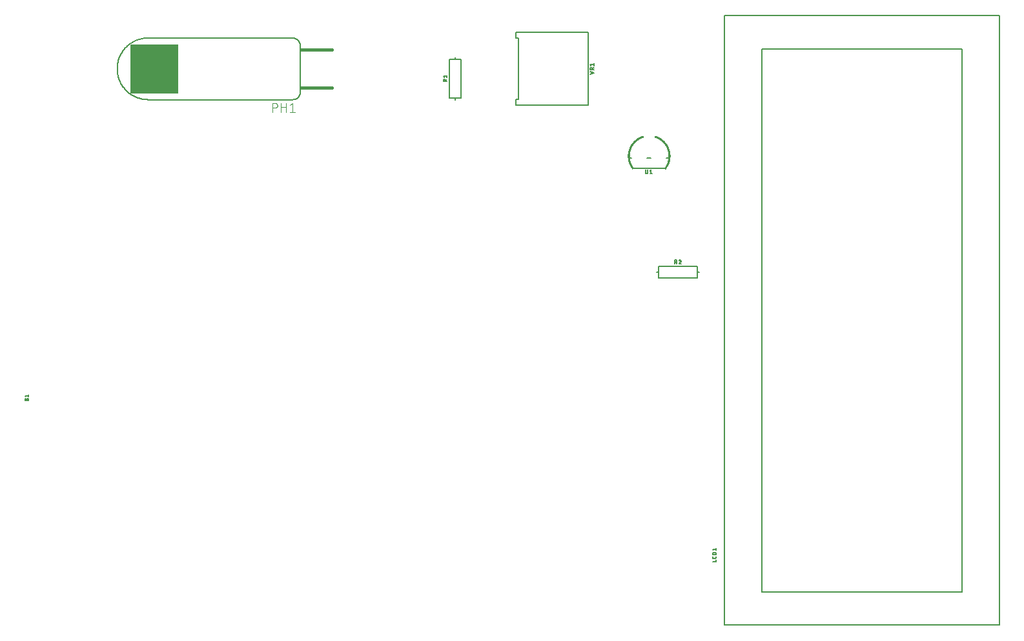
<source format=gbr>
G04 EAGLE Gerber RS-274X export*
G75*
%MOMM*%
%FSLAX34Y34*%
%LPD*%
%INSilkscreen Top*%
%IPPOS*%
%AMOC8*
5,1,8,0,0,1.08239X$1,22.5*%
G01*
%ADD10C,0.127000*%
%ADD11C,0.203200*%
%ADD12C,0.400000*%
%ADD13R,6.250000X6.500000*%
%ADD14C,0.101600*%
%ADD15C,0.020319*%


D10*
X-16016Y402481D02*
X-16016Y403822D01*
X-16017Y403822D02*
X-16015Y403893D01*
X-16009Y403965D01*
X-16000Y404035D01*
X-15987Y404105D01*
X-15970Y404175D01*
X-15949Y404243D01*
X-15925Y404310D01*
X-15897Y404376D01*
X-15866Y404440D01*
X-15831Y404503D01*
X-15793Y404563D01*
X-15752Y404622D01*
X-15708Y404678D01*
X-15661Y404732D01*
X-15612Y404783D01*
X-15559Y404831D01*
X-15504Y404877D01*
X-15447Y404919D01*
X-15387Y404959D01*
X-15326Y404995D01*
X-15262Y405028D01*
X-15197Y405057D01*
X-15131Y405083D01*
X-15063Y405106D01*
X-14994Y405125D01*
X-14924Y405140D01*
X-14854Y405151D01*
X-14783Y405159D01*
X-14712Y405163D01*
X-14640Y405163D01*
X-14569Y405159D01*
X-14498Y405151D01*
X-14428Y405140D01*
X-14358Y405125D01*
X-14289Y405106D01*
X-14221Y405083D01*
X-14155Y405057D01*
X-14090Y405028D01*
X-14026Y404995D01*
X-13965Y404959D01*
X-13905Y404919D01*
X-13848Y404877D01*
X-13793Y404831D01*
X-13740Y404783D01*
X-13691Y404732D01*
X-13644Y404678D01*
X-13600Y404622D01*
X-13559Y404563D01*
X-13521Y404503D01*
X-13486Y404440D01*
X-13455Y404376D01*
X-13427Y404310D01*
X-13403Y404243D01*
X-13382Y404175D01*
X-13365Y404105D01*
X-13352Y404035D01*
X-13343Y403965D01*
X-13337Y403893D01*
X-13335Y403822D01*
X-13335Y402481D01*
X-18161Y402481D01*
X-18161Y403822D01*
X-18159Y403887D01*
X-18153Y403951D01*
X-18143Y404015D01*
X-18130Y404079D01*
X-18112Y404141D01*
X-18091Y404202D01*
X-18067Y404262D01*
X-18038Y404320D01*
X-18006Y404377D01*
X-17971Y404431D01*
X-17933Y404483D01*
X-17891Y404533D01*
X-17847Y404580D01*
X-17800Y404624D01*
X-17750Y404666D01*
X-17698Y404704D01*
X-17644Y404739D01*
X-17587Y404771D01*
X-17529Y404800D01*
X-17469Y404824D01*
X-17408Y404845D01*
X-17346Y404863D01*
X-17282Y404876D01*
X-17218Y404886D01*
X-17154Y404892D01*
X-17089Y404894D01*
X-17024Y404892D01*
X-16960Y404886D01*
X-16896Y404876D01*
X-16832Y404863D01*
X-16770Y404845D01*
X-16709Y404824D01*
X-16649Y404800D01*
X-16591Y404771D01*
X-16534Y404739D01*
X-16480Y404704D01*
X-16428Y404666D01*
X-16378Y404624D01*
X-16331Y404580D01*
X-16287Y404533D01*
X-16245Y404483D01*
X-16207Y404431D01*
X-16172Y404377D01*
X-16140Y404320D01*
X-16111Y404262D01*
X-16087Y404202D01*
X-16066Y404141D01*
X-16048Y404079D01*
X-16035Y404015D01*
X-16025Y403951D01*
X-16019Y403887D01*
X-16017Y403822D01*
X-17089Y407638D02*
X-18161Y408979D01*
X-13335Y408979D01*
X-13335Y410319D02*
X-13335Y407638D01*
D11*
X899500Y108000D02*
X899500Y908000D01*
X1259500Y908000D01*
X1259500Y108000D01*
X899500Y108000D01*
X948000Y151500D02*
X948000Y864500D01*
X1211000Y864500D01*
X1211000Y151500D01*
X948000Y151500D01*
D10*
X888365Y191135D02*
X883539Y191135D01*
X888365Y191135D02*
X888365Y193280D01*
X888365Y196731D02*
X888365Y197804D01*
X888365Y196731D02*
X888363Y196666D01*
X888357Y196602D01*
X888347Y196538D01*
X888334Y196474D01*
X888316Y196412D01*
X888295Y196351D01*
X888271Y196291D01*
X888242Y196233D01*
X888210Y196176D01*
X888175Y196122D01*
X888137Y196070D01*
X888095Y196020D01*
X888051Y195973D01*
X888004Y195929D01*
X887954Y195887D01*
X887902Y195849D01*
X887848Y195814D01*
X887791Y195782D01*
X887733Y195753D01*
X887673Y195729D01*
X887612Y195708D01*
X887550Y195690D01*
X887486Y195677D01*
X887422Y195667D01*
X887358Y195661D01*
X887293Y195659D01*
X884611Y195659D01*
X884611Y195658D02*
X884546Y195660D01*
X884482Y195666D01*
X884418Y195676D01*
X884354Y195689D01*
X884292Y195707D01*
X884231Y195728D01*
X884171Y195753D01*
X884112Y195781D01*
X884056Y195813D01*
X884001Y195848D01*
X883949Y195886D01*
X883899Y195928D01*
X883852Y195972D01*
X883808Y196019D01*
X883766Y196069D01*
X883728Y196121D01*
X883693Y196176D01*
X883661Y196232D01*
X883633Y196291D01*
X883608Y196350D01*
X883587Y196412D01*
X883569Y196474D01*
X883556Y196538D01*
X883546Y196602D01*
X883540Y196666D01*
X883538Y196731D01*
X883539Y196731D02*
X883539Y197804D01*
X883539Y200442D02*
X888365Y200442D01*
X883539Y200442D02*
X883539Y201783D01*
X883541Y201853D01*
X883546Y201923D01*
X883556Y201993D01*
X883568Y202062D01*
X883585Y202130D01*
X883605Y202197D01*
X883628Y202264D01*
X883655Y202328D01*
X883685Y202392D01*
X883719Y202454D01*
X883755Y202513D01*
X883795Y202571D01*
X883838Y202627D01*
X883883Y202680D01*
X883932Y202731D01*
X883983Y202780D01*
X884036Y202825D01*
X884092Y202868D01*
X884150Y202908D01*
X884210Y202944D01*
X884271Y202978D01*
X884335Y203008D01*
X884399Y203035D01*
X884466Y203058D01*
X884533Y203078D01*
X884601Y203095D01*
X884670Y203107D01*
X884740Y203117D01*
X884810Y203122D01*
X884880Y203124D01*
X884880Y203123D02*
X887024Y203123D01*
X887024Y203124D02*
X887094Y203122D01*
X887164Y203117D01*
X887234Y203107D01*
X887303Y203095D01*
X887371Y203078D01*
X887438Y203058D01*
X887505Y203035D01*
X887569Y203008D01*
X887633Y202978D01*
X887695Y202944D01*
X887754Y202908D01*
X887812Y202868D01*
X887868Y202825D01*
X887921Y202780D01*
X887972Y202731D01*
X888021Y202680D01*
X888066Y202627D01*
X888109Y202571D01*
X888149Y202513D01*
X888185Y202453D01*
X888219Y202392D01*
X888249Y202328D01*
X888276Y202264D01*
X888299Y202197D01*
X888319Y202130D01*
X888336Y202062D01*
X888348Y201993D01*
X888358Y201923D01*
X888363Y201853D01*
X888365Y201783D01*
X888365Y200442D01*
X884611Y206112D02*
X883539Y207452D01*
X888365Y207452D01*
X888365Y206112D02*
X888365Y208793D01*
D11*
X332900Y797700D02*
X333142Y797703D01*
X333383Y797712D01*
X333624Y797726D01*
X333865Y797747D01*
X334105Y797773D01*
X334345Y797805D01*
X334584Y797843D01*
X334821Y797886D01*
X335058Y797936D01*
X335293Y797991D01*
X335527Y798051D01*
X335759Y798118D01*
X335990Y798189D01*
X336219Y798267D01*
X336446Y798350D01*
X336671Y798438D01*
X336894Y798532D01*
X337114Y798631D01*
X337332Y798736D01*
X337547Y798845D01*
X337760Y798960D01*
X337970Y799080D01*
X338176Y799205D01*
X338380Y799335D01*
X338581Y799470D01*
X338778Y799610D01*
X338972Y799754D01*
X339162Y799903D01*
X339348Y800057D01*
X339531Y800215D01*
X339710Y800377D01*
X339885Y800544D01*
X340056Y800715D01*
X340223Y800890D01*
X340385Y801069D01*
X340543Y801252D01*
X340697Y801438D01*
X340846Y801628D01*
X340990Y801822D01*
X341130Y802019D01*
X341265Y802220D01*
X341395Y802424D01*
X341520Y802630D01*
X341640Y802840D01*
X341755Y803053D01*
X341864Y803268D01*
X341969Y803486D01*
X342068Y803706D01*
X342162Y803929D01*
X342250Y804154D01*
X342333Y804381D01*
X342411Y804610D01*
X342482Y804841D01*
X342549Y805073D01*
X342609Y805307D01*
X342664Y805542D01*
X342714Y805779D01*
X342757Y806016D01*
X342795Y806255D01*
X342827Y806495D01*
X342853Y806735D01*
X342874Y806976D01*
X342888Y807217D01*
X342897Y807458D01*
X342900Y807700D01*
X332900Y797700D02*
X143400Y797700D01*
X142414Y797712D01*
X141428Y797748D01*
X140444Y797808D01*
X139461Y797892D01*
X138481Y798000D01*
X137503Y798132D01*
X136529Y798287D01*
X135559Y798466D01*
X134594Y798669D01*
X133634Y798895D01*
X132680Y799145D01*
X131732Y799417D01*
X130791Y799713D01*
X129858Y800031D01*
X128932Y800372D01*
X128015Y800736D01*
X127108Y801122D01*
X126210Y801529D01*
X125322Y801959D01*
X124444Y802410D01*
X123579Y802882D01*
X122724Y803375D01*
X121883Y803889D01*
X121053Y804423D01*
X120238Y804977D01*
X119435Y805551D01*
X118647Y806144D01*
X117874Y806757D01*
X117116Y807388D01*
X116374Y808037D01*
X115647Y808704D01*
X114937Y809388D01*
X114244Y810090D01*
X113568Y810808D01*
X112910Y811543D01*
X112270Y812293D01*
X111648Y813059D01*
X111045Y813840D01*
X110462Y814635D01*
X109898Y815444D01*
X109353Y816266D01*
X108829Y817102D01*
X108326Y817950D01*
X107843Y818810D01*
X107382Y819682D01*
X106941Y820564D01*
X106523Y821457D01*
X106126Y822360D01*
X105751Y823273D01*
X105399Y824194D01*
X105069Y825123D01*
X104762Y826061D01*
X104478Y827005D01*
X104217Y827956D01*
X103979Y828913D01*
X103765Y829876D01*
X103574Y830844D01*
X103406Y831816D01*
X103263Y832791D01*
X103143Y833770D01*
X103047Y834752D01*
X102975Y835736D01*
X102927Y836721D01*
X102903Y837707D01*
X102903Y838693D01*
X102927Y839679D01*
X102975Y840664D01*
X103047Y841648D01*
X103143Y842630D01*
X103263Y843609D01*
X103406Y844584D01*
X103574Y845556D01*
X103765Y846524D01*
X103979Y847487D01*
X104217Y848444D01*
X104478Y849395D01*
X104762Y850339D01*
X105069Y851277D01*
X105399Y852206D01*
X105751Y853127D01*
X106126Y854040D01*
X106523Y854943D01*
X106941Y855836D01*
X107382Y856718D01*
X107843Y857590D01*
X108326Y858450D01*
X108829Y859298D01*
X109353Y860134D01*
X109898Y860956D01*
X110462Y861765D01*
X111045Y862560D01*
X111648Y863341D01*
X112270Y864107D01*
X112910Y864857D01*
X113568Y865592D01*
X114244Y866310D01*
X114937Y867012D01*
X115647Y867696D01*
X116374Y868363D01*
X117116Y869012D01*
X117874Y869643D01*
X118647Y870256D01*
X119435Y870849D01*
X120238Y871423D01*
X121053Y871977D01*
X121883Y872511D01*
X122724Y873025D01*
X123579Y873518D01*
X124444Y873990D01*
X125322Y874441D01*
X126210Y874871D01*
X127108Y875278D01*
X128015Y875664D01*
X128932Y876028D01*
X129858Y876369D01*
X130791Y876687D01*
X131732Y876983D01*
X132680Y877255D01*
X133634Y877505D01*
X134594Y877731D01*
X135559Y877934D01*
X136529Y878113D01*
X137503Y878268D01*
X138481Y878400D01*
X139461Y878508D01*
X140444Y878592D01*
X141428Y878652D01*
X142414Y878688D01*
X143400Y878700D01*
X332900Y878700D01*
X333142Y878697D01*
X333383Y878688D01*
X333624Y878674D01*
X333865Y878653D01*
X334105Y878627D01*
X334345Y878595D01*
X334584Y878557D01*
X334821Y878514D01*
X335058Y878464D01*
X335293Y878409D01*
X335527Y878349D01*
X335759Y878282D01*
X335990Y878211D01*
X336219Y878133D01*
X336446Y878050D01*
X336671Y877962D01*
X336894Y877868D01*
X337114Y877769D01*
X337332Y877664D01*
X337547Y877555D01*
X337760Y877440D01*
X337970Y877320D01*
X338176Y877195D01*
X338380Y877065D01*
X338581Y876930D01*
X338778Y876790D01*
X338972Y876646D01*
X339162Y876497D01*
X339348Y876343D01*
X339531Y876185D01*
X339710Y876023D01*
X339885Y875856D01*
X340056Y875685D01*
X340223Y875510D01*
X340385Y875331D01*
X340543Y875148D01*
X340697Y874962D01*
X340846Y874772D01*
X340990Y874578D01*
X341130Y874381D01*
X341265Y874180D01*
X341395Y873976D01*
X341520Y873770D01*
X341640Y873560D01*
X341755Y873347D01*
X341864Y873132D01*
X341969Y872914D01*
X342068Y872694D01*
X342162Y872471D01*
X342250Y872246D01*
X342333Y872019D01*
X342411Y871790D01*
X342482Y871559D01*
X342549Y871327D01*
X342609Y871093D01*
X342664Y870858D01*
X342714Y870621D01*
X342757Y870384D01*
X342795Y870145D01*
X342827Y869905D01*
X342853Y869665D01*
X342874Y869424D01*
X342888Y869183D01*
X342897Y868942D01*
X342900Y868700D01*
X342900Y807700D01*
D12*
X344400Y813200D02*
X384150Y813200D01*
X384150Y863200D02*
X344400Y863200D01*
D13*
X151650Y838200D03*
D14*
X306479Y793242D02*
X306479Y781558D01*
X306479Y793242D02*
X309725Y793242D01*
X309838Y793240D01*
X309951Y793234D01*
X310064Y793224D01*
X310177Y793210D01*
X310289Y793193D01*
X310400Y793171D01*
X310510Y793146D01*
X310620Y793116D01*
X310728Y793083D01*
X310835Y793046D01*
X310941Y793006D01*
X311045Y792961D01*
X311148Y792913D01*
X311249Y792862D01*
X311348Y792807D01*
X311445Y792749D01*
X311540Y792687D01*
X311633Y792622D01*
X311723Y792554D01*
X311811Y792483D01*
X311897Y792408D01*
X311980Y792331D01*
X312060Y792251D01*
X312137Y792168D01*
X312212Y792082D01*
X312283Y791994D01*
X312351Y791904D01*
X312416Y791811D01*
X312478Y791716D01*
X312536Y791619D01*
X312591Y791520D01*
X312642Y791419D01*
X312690Y791316D01*
X312735Y791212D01*
X312775Y791106D01*
X312812Y790999D01*
X312845Y790891D01*
X312875Y790781D01*
X312900Y790671D01*
X312922Y790560D01*
X312939Y790448D01*
X312953Y790335D01*
X312963Y790222D01*
X312969Y790109D01*
X312971Y789996D01*
X312969Y789883D01*
X312963Y789770D01*
X312953Y789657D01*
X312939Y789544D01*
X312922Y789432D01*
X312900Y789321D01*
X312875Y789211D01*
X312845Y789101D01*
X312812Y788993D01*
X312775Y788886D01*
X312735Y788780D01*
X312690Y788676D01*
X312642Y788573D01*
X312591Y788472D01*
X312536Y788373D01*
X312478Y788276D01*
X312416Y788181D01*
X312351Y788088D01*
X312283Y787998D01*
X312212Y787910D01*
X312137Y787824D01*
X312060Y787741D01*
X311980Y787661D01*
X311897Y787584D01*
X311811Y787509D01*
X311723Y787438D01*
X311633Y787370D01*
X311540Y787305D01*
X311445Y787243D01*
X311348Y787185D01*
X311249Y787130D01*
X311148Y787079D01*
X311045Y787031D01*
X310941Y786986D01*
X310835Y786946D01*
X310728Y786909D01*
X310620Y786876D01*
X310510Y786846D01*
X310400Y786821D01*
X310289Y786799D01*
X310177Y786782D01*
X310064Y786768D01*
X309951Y786758D01*
X309838Y786752D01*
X309725Y786750D01*
X309725Y786751D02*
X306479Y786751D01*
X317740Y781558D02*
X317740Y793242D01*
X317740Y788049D02*
X324231Y788049D01*
X324231Y793242D02*
X324231Y781558D01*
X329551Y790646D02*
X332796Y793242D01*
X332796Y781558D01*
X329551Y781558D02*
X336042Y781558D01*
D11*
X538480Y800100D02*
X538480Y850900D01*
X546100Y850900D01*
X553720Y850900D01*
X553720Y800100D01*
X546100Y800100D01*
X538480Y800100D01*
X546100Y850900D02*
X546100Y853440D01*
X546100Y800100D02*
X546100Y797560D01*
D10*
X535305Y821448D02*
X530479Y821448D01*
X530479Y822789D01*
X530481Y822860D01*
X530487Y822932D01*
X530496Y823002D01*
X530509Y823072D01*
X530526Y823142D01*
X530547Y823210D01*
X530571Y823277D01*
X530599Y823343D01*
X530630Y823407D01*
X530665Y823470D01*
X530703Y823530D01*
X530744Y823589D01*
X530788Y823645D01*
X530835Y823699D01*
X530884Y823750D01*
X530937Y823798D01*
X530992Y823844D01*
X531049Y823886D01*
X531109Y823926D01*
X531170Y823962D01*
X531234Y823995D01*
X531299Y824024D01*
X531365Y824050D01*
X531433Y824073D01*
X531502Y824092D01*
X531572Y824107D01*
X531642Y824118D01*
X531713Y824126D01*
X531784Y824130D01*
X531856Y824130D01*
X531927Y824126D01*
X531998Y824118D01*
X532068Y824107D01*
X532138Y824092D01*
X532207Y824073D01*
X532275Y824050D01*
X532341Y824024D01*
X532406Y823995D01*
X532470Y823962D01*
X532531Y823926D01*
X532591Y823886D01*
X532648Y823844D01*
X532703Y823798D01*
X532756Y823750D01*
X532805Y823699D01*
X532852Y823645D01*
X532896Y823589D01*
X532937Y823530D01*
X532975Y823470D01*
X533010Y823407D01*
X533041Y823343D01*
X533069Y823277D01*
X533093Y823210D01*
X533114Y823142D01*
X533131Y823072D01*
X533144Y823002D01*
X533153Y822932D01*
X533159Y822860D01*
X533161Y822789D01*
X533160Y822789D02*
X533160Y821448D01*
X533160Y823057D02*
X535305Y824129D01*
X531551Y826871D02*
X530479Y828211D01*
X535305Y828211D01*
X535305Y826871D02*
X535305Y829552D01*
D11*
X812800Y579120D02*
X863600Y579120D01*
X863600Y571500D01*
X863600Y563880D01*
X812800Y563880D01*
X812800Y571500D01*
X812800Y579120D01*
X863600Y571500D02*
X866140Y571500D01*
X812800Y571500D02*
X810260Y571500D01*
D10*
X834148Y582295D02*
X834148Y587121D01*
X835489Y587121D01*
X835560Y587119D01*
X835632Y587113D01*
X835702Y587104D01*
X835772Y587091D01*
X835842Y587074D01*
X835910Y587053D01*
X835977Y587029D01*
X836043Y587001D01*
X836107Y586970D01*
X836170Y586935D01*
X836230Y586897D01*
X836289Y586856D01*
X836345Y586812D01*
X836399Y586765D01*
X836450Y586716D01*
X836498Y586663D01*
X836544Y586608D01*
X836586Y586551D01*
X836626Y586491D01*
X836662Y586430D01*
X836695Y586366D01*
X836724Y586301D01*
X836750Y586235D01*
X836773Y586167D01*
X836792Y586098D01*
X836807Y586028D01*
X836818Y585958D01*
X836826Y585887D01*
X836830Y585816D01*
X836830Y585744D01*
X836826Y585673D01*
X836818Y585602D01*
X836807Y585532D01*
X836792Y585462D01*
X836773Y585393D01*
X836750Y585325D01*
X836724Y585259D01*
X836695Y585194D01*
X836662Y585130D01*
X836626Y585069D01*
X836586Y585009D01*
X836544Y584952D01*
X836498Y584897D01*
X836450Y584844D01*
X836399Y584795D01*
X836345Y584748D01*
X836289Y584704D01*
X836230Y584663D01*
X836170Y584625D01*
X836107Y584590D01*
X836043Y584559D01*
X835977Y584531D01*
X835910Y584507D01*
X835842Y584486D01*
X835772Y584469D01*
X835702Y584456D01*
X835632Y584447D01*
X835560Y584441D01*
X835489Y584439D01*
X835489Y584440D02*
X834148Y584440D01*
X835757Y584440D02*
X836829Y582295D01*
X841045Y587121D02*
X841113Y587119D01*
X841180Y587113D01*
X841247Y587104D01*
X841314Y587091D01*
X841379Y587074D01*
X841444Y587053D01*
X841507Y587029D01*
X841569Y587001D01*
X841629Y586970D01*
X841687Y586936D01*
X841743Y586898D01*
X841798Y586858D01*
X841849Y586814D01*
X841898Y586767D01*
X841945Y586718D01*
X841989Y586667D01*
X842029Y586612D01*
X842067Y586556D01*
X842101Y586498D01*
X842132Y586438D01*
X842160Y586376D01*
X842184Y586313D01*
X842205Y586248D01*
X842222Y586183D01*
X842235Y586116D01*
X842244Y586049D01*
X842250Y585982D01*
X842252Y585914D01*
X841045Y587121D02*
X840967Y587119D01*
X840889Y587113D01*
X840812Y587103D01*
X840735Y587090D01*
X840659Y587072D01*
X840584Y587051D01*
X840510Y587026D01*
X840438Y586997D01*
X840367Y586965D01*
X840298Y586929D01*
X840230Y586890D01*
X840165Y586847D01*
X840102Y586801D01*
X840041Y586752D01*
X839983Y586700D01*
X839928Y586645D01*
X839875Y586588D01*
X839826Y586528D01*
X839779Y586465D01*
X839736Y586401D01*
X839696Y586334D01*
X839659Y586265D01*
X839626Y586194D01*
X839596Y586122D01*
X839570Y586049D01*
X841850Y584976D02*
X841899Y585025D01*
X841946Y585077D01*
X841989Y585132D01*
X842030Y585189D01*
X842068Y585248D01*
X842102Y585309D01*
X842133Y585372D01*
X842161Y585436D01*
X842185Y585502D01*
X842205Y585568D01*
X842222Y585636D01*
X842235Y585705D01*
X842244Y585774D01*
X842250Y585844D01*
X842252Y585914D01*
X841850Y584976D02*
X839571Y582295D01*
X842252Y582295D01*
D15*
X791871Y750228D02*
X792410Y748481D01*
X791811Y748286D01*
X791218Y748076D01*
X790629Y747852D01*
X790047Y747613D01*
X789470Y747360D01*
X788900Y747093D01*
X788336Y746813D01*
X787780Y746518D01*
X787231Y746210D01*
X786689Y745889D01*
X786156Y745555D01*
X785631Y745207D01*
X785114Y744847D01*
X784606Y744475D01*
X784108Y744090D01*
X783619Y743693D01*
X783141Y743284D01*
X782672Y742864D01*
X782214Y742432D01*
X781766Y741990D01*
X781329Y741536D01*
X780904Y741072D01*
X780490Y740598D01*
X780088Y740113D01*
X779697Y739619D01*
X779319Y739116D01*
X778953Y738603D01*
X778600Y738082D01*
X778260Y737552D01*
X777933Y737015D01*
X777619Y736469D01*
X777318Y735916D01*
X777032Y735355D01*
X776758Y734788D01*
X776499Y734214D01*
X776254Y733634D01*
X776023Y733048D01*
X775807Y732457D01*
X775605Y731861D01*
X775418Y731260D01*
X775245Y730654D01*
X775088Y730045D01*
X774945Y729431D01*
X774817Y728815D01*
X774705Y728195D01*
X774607Y727573D01*
X774525Y726949D01*
X774458Y726323D01*
X774407Y725696D01*
X774370Y725067D01*
X774350Y724438D01*
X774344Y723808D01*
X774354Y723179D01*
X774379Y722550D01*
X774420Y721922D01*
X774476Y721294D01*
X774547Y720669D01*
X774634Y720045D01*
X774736Y719424D01*
X774853Y718805D01*
X774985Y718190D01*
X775132Y717578D01*
X775294Y716969D01*
X775471Y716365D01*
X775662Y715765D01*
X775869Y715170D01*
X776089Y714581D01*
X776324Y713997D01*
X776573Y713418D01*
X776837Y712846D01*
X777114Y712281D01*
X777404Y711723D01*
X777709Y711172D01*
X778027Y710628D01*
X778358Y710093D01*
X778702Y709565D01*
X779058Y709047D01*
X779428Y708537D01*
X779810Y708036D01*
X778374Y706904D01*
X778373Y706904D01*
X777964Y707440D01*
X777568Y707986D01*
X777186Y708542D01*
X776817Y709107D01*
X776462Y709680D01*
X776122Y710262D01*
X775796Y710853D01*
X775484Y711451D01*
X775187Y712056D01*
X774905Y712669D01*
X774638Y713288D01*
X774386Y713914D01*
X774149Y714546D01*
X773928Y715183D01*
X773723Y715826D01*
X773534Y716473D01*
X773360Y717125D01*
X773202Y717780D01*
X773061Y718440D01*
X772935Y719103D01*
X772826Y719768D01*
X772733Y720436D01*
X772657Y721106D01*
X772597Y721778D01*
X772553Y722451D01*
X772526Y723125D01*
X772515Y723800D01*
X772521Y724474D01*
X772543Y725148D01*
X772582Y725822D01*
X772637Y726494D01*
X772709Y727164D01*
X772797Y727833D01*
X772901Y728500D01*
X773022Y729163D01*
X773159Y729824D01*
X773311Y730481D01*
X773480Y731134D01*
X773665Y731782D01*
X773866Y732426D01*
X774082Y733065D01*
X774314Y733698D01*
X774561Y734326D01*
X774824Y734947D01*
X775101Y735562D01*
X775394Y736170D01*
X775701Y736770D01*
X776023Y737363D01*
X776360Y737947D01*
X776710Y738524D01*
X777075Y739091D01*
X777453Y739649D01*
X777845Y740198D01*
X778250Y740738D01*
X778668Y741267D01*
X779099Y741786D01*
X779543Y742294D01*
X779999Y742791D01*
X780466Y743277D01*
X780946Y743751D01*
X781437Y744213D01*
X781939Y744664D01*
X782452Y745101D01*
X782976Y745526D01*
X783510Y745939D01*
X784054Y746338D01*
X784607Y746723D01*
X785170Y747095D01*
X785741Y747453D01*
X786322Y747797D01*
X786910Y748127D01*
X787506Y748442D01*
X788110Y748743D01*
X788721Y749029D01*
X789339Y749299D01*
X789963Y749555D01*
X790593Y749795D01*
X791229Y750020D01*
X791870Y750229D01*
X791927Y750045D01*
X791290Y749838D01*
X790659Y749615D01*
X790033Y749376D01*
X789413Y749122D01*
X788800Y748854D01*
X788193Y748570D01*
X787593Y748271D01*
X787001Y747958D01*
X786417Y747631D01*
X785841Y747289D01*
X785273Y746934D01*
X784715Y746564D01*
X784165Y746181D01*
X783625Y745785D01*
X783095Y745376D01*
X782575Y744954D01*
X782065Y744519D01*
X781567Y744072D01*
X781079Y743613D01*
X780603Y743142D01*
X780138Y742659D01*
X779686Y742166D01*
X779245Y741661D01*
X778817Y741146D01*
X778402Y740620D01*
X778000Y740085D01*
X777610Y739540D01*
X777235Y738985D01*
X776873Y738422D01*
X776525Y737849D01*
X776191Y737269D01*
X775871Y736680D01*
X775566Y736084D01*
X775275Y735481D01*
X775000Y734870D01*
X774739Y734253D01*
X774493Y733630D01*
X774263Y733001D01*
X774048Y732367D01*
X773849Y731727D01*
X773666Y731083D01*
X773498Y730435D01*
X773346Y729782D01*
X773210Y729127D01*
X773090Y728468D01*
X772987Y727806D01*
X772900Y727142D01*
X772828Y726476D01*
X772774Y725808D01*
X772735Y725140D01*
X772713Y724470D01*
X772707Y723801D01*
X772718Y723131D01*
X772745Y722462D01*
X772788Y721793D01*
X772848Y721126D01*
X772924Y720461D01*
X773016Y719797D01*
X773124Y719136D01*
X773249Y718478D01*
X773389Y717823D01*
X773546Y717172D01*
X773718Y716525D01*
X773907Y715882D01*
X774110Y715244D01*
X774330Y714611D01*
X774565Y713984D01*
X774815Y713363D01*
X775080Y712748D01*
X775360Y712139D01*
X775655Y711538D01*
X775965Y710944D01*
X776288Y710358D01*
X776627Y709780D01*
X776979Y709210D01*
X777345Y708649D01*
X777725Y708097D01*
X778118Y707555D01*
X778524Y707023D01*
X778675Y707141D01*
X778271Y707670D01*
X777881Y708209D01*
X777504Y708757D01*
X777141Y709314D01*
X776791Y709879D01*
X776455Y710453D01*
X776133Y711035D01*
X775826Y711625D01*
X775533Y712222D01*
X775255Y712826D01*
X774992Y713437D01*
X774743Y714054D01*
X774510Y714677D01*
X774293Y715305D01*
X774090Y715939D01*
X773903Y716577D01*
X773732Y717220D01*
X773577Y717866D01*
X773437Y718517D01*
X773313Y719170D01*
X773206Y719826D01*
X773114Y720485D01*
X773039Y721146D01*
X772980Y721808D01*
X772937Y722472D01*
X772910Y723136D01*
X772899Y723801D01*
X772905Y724467D01*
X772927Y725131D01*
X772965Y725795D01*
X773020Y726458D01*
X773090Y727119D01*
X773177Y727779D01*
X773280Y728436D01*
X773399Y729090D01*
X773534Y729741D01*
X773684Y730389D01*
X773851Y731033D01*
X774033Y731673D01*
X774231Y732307D01*
X774444Y732937D01*
X774673Y733562D01*
X774917Y734181D01*
X775176Y734793D01*
X775449Y735399D01*
X775738Y735999D01*
X776041Y736591D01*
X776358Y737175D01*
X776690Y737751D01*
X777036Y738320D01*
X777395Y738879D01*
X777768Y739430D01*
X778154Y739971D01*
X778554Y740503D01*
X778966Y741025D01*
X779391Y741536D01*
X779828Y742037D01*
X780278Y742527D01*
X780739Y743006D01*
X781212Y743474D01*
X781696Y743930D01*
X782192Y744374D01*
X782697Y744806D01*
X783214Y745225D01*
X783740Y745631D01*
X784276Y746025D01*
X784822Y746405D01*
X785377Y746772D01*
X785940Y747125D01*
X786512Y747464D01*
X787093Y747789D01*
X787680Y748100D01*
X788276Y748397D01*
X788878Y748678D01*
X789487Y748945D01*
X790103Y749197D01*
X790724Y749434D01*
X791351Y749656D01*
X791984Y749862D01*
X792040Y749678D01*
X791412Y749474D01*
X790790Y749254D01*
X790173Y749018D01*
X789562Y748768D01*
X788957Y748503D01*
X788359Y748223D01*
X787768Y747929D01*
X787184Y747620D01*
X786608Y747298D01*
X786040Y746961D01*
X785480Y746610D01*
X784929Y746246D01*
X784388Y745868D01*
X783855Y745478D01*
X783333Y745074D01*
X782820Y744658D01*
X782318Y744229D01*
X781826Y743788D01*
X781345Y743336D01*
X780876Y742871D01*
X780418Y742396D01*
X779971Y741909D01*
X779537Y741412D01*
X779115Y740904D01*
X778706Y740385D01*
X778309Y739858D01*
X777925Y739320D01*
X777555Y738773D01*
X777198Y738218D01*
X776855Y737654D01*
X776526Y737081D01*
X776211Y736501D01*
X775910Y735913D01*
X775623Y735318D01*
X775351Y734716D01*
X775094Y734108D01*
X774852Y733494D01*
X774625Y732874D01*
X774414Y732248D01*
X774217Y731618D01*
X774036Y730983D01*
X773871Y730343D01*
X773721Y729700D01*
X773587Y729053D01*
X773469Y728404D01*
X773367Y727751D01*
X773281Y727097D01*
X773211Y726440D01*
X773157Y725782D01*
X773119Y725123D01*
X773097Y724463D01*
X773091Y723802D01*
X773102Y723142D01*
X773128Y722482D01*
X773171Y721823D01*
X773230Y721166D01*
X773305Y720510D01*
X773396Y719855D01*
X773502Y719204D01*
X773625Y718555D01*
X773764Y717909D01*
X773918Y717267D01*
X774088Y716629D01*
X774274Y715995D01*
X774475Y715366D01*
X774691Y714743D01*
X774922Y714124D01*
X775169Y713511D01*
X775430Y712905D01*
X775706Y712305D01*
X775997Y711712D01*
X776302Y711127D01*
X776622Y710549D01*
X776955Y709979D01*
X777302Y709417D01*
X777663Y708864D01*
X778038Y708320D01*
X778425Y707785D01*
X778825Y707260D01*
X778976Y707379D01*
X778579Y707901D01*
X778194Y708431D01*
X777822Y708972D01*
X777464Y709521D01*
X777119Y710078D01*
X776788Y710644D01*
X776471Y711218D01*
X776168Y711800D01*
X775880Y712388D01*
X775605Y712984D01*
X775346Y713586D01*
X775101Y714194D01*
X774871Y714808D01*
X774657Y715428D01*
X774457Y716052D01*
X774273Y716681D01*
X774104Y717315D01*
X773951Y717952D01*
X773813Y718593D01*
X773691Y719238D01*
X773585Y719885D01*
X773495Y720534D01*
X773421Y721185D01*
X773362Y721838D01*
X773320Y722493D01*
X773294Y723148D01*
X773283Y723803D01*
X773289Y724459D01*
X773311Y725114D01*
X773348Y725769D01*
X773402Y726422D01*
X773472Y727074D01*
X773557Y727724D01*
X773658Y728372D01*
X773776Y729017D01*
X773909Y729659D01*
X774057Y730298D01*
X774221Y730932D01*
X774401Y731563D01*
X774596Y732189D01*
X774806Y732810D01*
X775032Y733425D01*
X775272Y734035D01*
X775527Y734639D01*
X775797Y735237D01*
X776082Y735828D01*
X776380Y736411D01*
X776693Y736987D01*
X777020Y737556D01*
X777361Y738116D01*
X777715Y738667D01*
X778083Y739210D01*
X778464Y739744D01*
X778858Y740268D01*
X779264Y740783D01*
X779683Y741287D01*
X780114Y741781D01*
X780557Y742264D01*
X781012Y742736D01*
X781478Y743197D01*
X781956Y743647D01*
X782444Y744084D01*
X782943Y744510D01*
X783451Y744923D01*
X783970Y745324D01*
X784499Y745712D01*
X785037Y746087D01*
X785584Y746448D01*
X786139Y746797D01*
X786703Y747131D01*
X787275Y747452D01*
X787855Y747758D01*
X788442Y748050D01*
X789036Y748328D01*
X789636Y748591D01*
X790243Y748840D01*
X790855Y749073D01*
X791474Y749292D01*
X792097Y749495D01*
X792153Y749311D01*
X791535Y749110D01*
X790921Y748893D01*
X790313Y748661D01*
X789710Y748414D01*
X789114Y748153D01*
X788525Y747877D01*
X787942Y747587D01*
X787366Y747283D01*
X786799Y746964D01*
X786239Y746632D01*
X785687Y746287D01*
X785144Y745928D01*
X784610Y745555D01*
X784086Y745170D01*
X783570Y744772D01*
X783065Y744362D01*
X782570Y743940D01*
X782085Y743505D01*
X781611Y743059D01*
X781149Y742601D01*
X780697Y742132D01*
X780257Y741652D01*
X779829Y741162D01*
X779413Y740661D01*
X779010Y740151D01*
X778619Y739630D01*
X778241Y739100D01*
X777875Y738562D01*
X777524Y738014D01*
X777185Y737458D01*
X776861Y736893D01*
X776550Y736322D01*
X776254Y735742D01*
X775971Y735156D01*
X775703Y734562D01*
X775450Y733963D01*
X775211Y733357D01*
X774987Y732746D01*
X774779Y732129D01*
X774585Y731508D01*
X774407Y730882D01*
X774244Y730252D01*
X774096Y729618D01*
X773964Y728980D01*
X773848Y728340D01*
X773747Y727697D01*
X773662Y727052D01*
X773593Y726404D01*
X773540Y725756D01*
X773502Y725106D01*
X773481Y724455D01*
X773475Y723804D01*
X773485Y723153D01*
X773512Y722503D01*
X773554Y721853D01*
X773612Y721205D01*
X773686Y720558D01*
X773775Y719914D01*
X773880Y719271D01*
X774001Y718632D01*
X774138Y717995D01*
X774290Y717362D01*
X774458Y716733D01*
X774640Y716109D01*
X774839Y715489D01*
X775052Y714874D01*
X775280Y714264D01*
X775523Y713660D01*
X775781Y713062D01*
X776053Y712471D01*
X776339Y711887D01*
X776640Y711309D01*
X776955Y710740D01*
X777284Y710178D01*
X777626Y709624D01*
X777981Y709079D01*
X778350Y708543D01*
X778732Y708016D01*
X779127Y707498D01*
X779278Y707617D01*
X778886Y708131D01*
X778507Y708654D01*
X778141Y709186D01*
X777788Y709728D01*
X777448Y710277D01*
X777121Y710835D01*
X776809Y711401D01*
X776510Y711974D01*
X776226Y712554D01*
X775956Y713141D01*
X775700Y713734D01*
X775459Y714334D01*
X775232Y714939D01*
X775021Y715550D01*
X774824Y716165D01*
X774642Y716786D01*
X774476Y717410D01*
X774325Y718038D01*
X774190Y718670D01*
X774069Y719305D01*
X773965Y719943D01*
X773876Y720583D01*
X773803Y721225D01*
X773745Y721868D01*
X773703Y722513D01*
X773677Y723159D01*
X773667Y723805D01*
X773673Y724451D01*
X773694Y725097D01*
X773731Y725742D01*
X773784Y726386D01*
X773853Y727029D01*
X773937Y727670D01*
X774037Y728308D01*
X774153Y728944D01*
X774284Y729577D01*
X774430Y730206D01*
X774592Y730832D01*
X774769Y731453D01*
X774961Y732070D01*
X775169Y732682D01*
X775391Y733289D01*
X775628Y733890D01*
X775879Y734485D01*
X776145Y735074D01*
X776425Y735657D01*
X776720Y736232D01*
X777028Y736800D01*
X777351Y737360D01*
X777686Y737912D01*
X778036Y738456D01*
X778398Y738991D01*
X778773Y739517D01*
X779162Y740033D01*
X779562Y740540D01*
X779975Y741037D01*
X780400Y741524D01*
X780837Y742001D01*
X781285Y742466D01*
X781744Y742920D01*
X782215Y743363D01*
X782696Y743795D01*
X783188Y744214D01*
X783689Y744622D01*
X784201Y745017D01*
X784722Y745399D01*
X785252Y745769D01*
X785791Y746125D01*
X786338Y746468D01*
X786894Y746798D01*
X787458Y747114D01*
X788029Y747416D01*
X788607Y747704D01*
X789193Y747978D01*
X789785Y748237D01*
X790383Y748482D01*
X790986Y748712D01*
X791596Y748928D01*
X792210Y749128D01*
X792267Y748945D01*
X791657Y748746D01*
X791052Y748532D01*
X790453Y748303D01*
X789859Y748060D01*
X789271Y747803D01*
X788690Y747531D01*
X788116Y747245D01*
X787549Y746945D01*
X786990Y746631D01*
X786438Y746304D01*
X785894Y745963D01*
X785359Y745609D01*
X784833Y745243D01*
X784316Y744863D01*
X783808Y744471D01*
X783310Y744066D01*
X782822Y743650D01*
X782344Y743222D01*
X781877Y742782D01*
X781421Y742331D01*
X780976Y741869D01*
X780543Y741396D01*
X780121Y740913D01*
X779711Y740419D01*
X779313Y739916D01*
X778928Y739403D01*
X778556Y738881D01*
X778196Y738350D01*
X777849Y737810D01*
X777516Y737262D01*
X777196Y736706D01*
X776890Y736142D01*
X776597Y735571D01*
X776319Y734993D01*
X776055Y734408D01*
X775805Y733818D01*
X775570Y733221D01*
X775350Y732618D01*
X775144Y732011D01*
X774953Y731398D01*
X774777Y730781D01*
X774617Y730160D01*
X774471Y729535D01*
X774341Y728907D01*
X774226Y728276D01*
X774127Y727642D01*
X774044Y727006D01*
X773975Y726368D01*
X773923Y725729D01*
X773886Y725089D01*
X773865Y724448D01*
X773859Y723806D01*
X773869Y723165D01*
X773895Y722524D01*
X773937Y721884D01*
X773994Y721245D01*
X774066Y720607D01*
X774155Y719972D01*
X774258Y719339D01*
X774378Y718708D01*
X774512Y718081D01*
X774662Y717458D01*
X774827Y716838D01*
X775007Y716222D01*
X775203Y715611D01*
X775413Y715005D01*
X775637Y714404D01*
X775877Y713809D01*
X776131Y713220D01*
X776399Y712637D01*
X776681Y712061D01*
X776978Y711492D01*
X777288Y710931D01*
X777612Y710377D01*
X777949Y709831D01*
X778300Y709294D01*
X778663Y708765D01*
X779040Y708246D01*
X779429Y707736D01*
X779579Y707855D01*
X779193Y708361D01*
X778820Y708877D01*
X778459Y709401D01*
X778111Y709935D01*
X777776Y710476D01*
X777455Y711026D01*
X777147Y711583D01*
X776853Y712148D01*
X776572Y712720D01*
X776306Y713298D01*
X776054Y713883D01*
X775816Y714474D01*
X775593Y715070D01*
X775385Y715672D01*
X775191Y716279D01*
X775012Y716890D01*
X774848Y717505D01*
X774699Y718124D01*
X774566Y718747D01*
X774447Y719373D01*
X774344Y720001D01*
X774257Y720632D01*
X774185Y721264D01*
X774128Y721899D01*
X774087Y722534D01*
X774061Y723170D01*
X774051Y723807D01*
X774057Y724444D01*
X774078Y725080D01*
X774114Y725716D01*
X774167Y726351D01*
X774234Y726984D01*
X774317Y727615D01*
X774416Y728244D01*
X774530Y728871D01*
X774659Y729494D01*
X774803Y730114D01*
X774963Y730731D01*
X775137Y731343D01*
X775327Y731951D01*
X775531Y732554D01*
X775750Y733152D01*
X775983Y733745D01*
X776231Y734331D01*
X776493Y734912D01*
X776769Y735486D01*
X777059Y736052D01*
X777363Y736612D01*
X777681Y737164D01*
X778012Y737708D01*
X778356Y738244D01*
X778713Y738771D01*
X779083Y739289D01*
X779465Y739798D01*
X779860Y740298D01*
X780267Y740788D01*
X780686Y741268D01*
X781116Y741737D01*
X781558Y742196D01*
X782011Y742644D01*
X782474Y743080D01*
X782948Y743505D01*
X783433Y743919D01*
X783927Y744320D01*
X784431Y744709D01*
X784944Y745086D01*
X785467Y745450D01*
X785998Y745802D01*
X786537Y746140D01*
X787085Y746465D01*
X787640Y746776D01*
X788203Y747074D01*
X788773Y747358D01*
X789350Y747627D01*
X789933Y747883D01*
X790523Y748124D01*
X791118Y748351D01*
X791718Y748564D01*
X792323Y748761D01*
X792380Y748578D01*
X791779Y748382D01*
X791183Y748171D01*
X790593Y747946D01*
X790008Y747706D01*
X789429Y747452D01*
X788856Y747184D01*
X788290Y746903D01*
X787732Y746607D01*
X787180Y746298D01*
X786637Y745975D01*
X786101Y745640D01*
X785574Y745291D01*
X785055Y744930D01*
X784546Y744556D01*
X784046Y744169D01*
X783555Y743771D01*
X783074Y743360D01*
X782604Y742938D01*
X782144Y742505D01*
X781694Y742061D01*
X781256Y741605D01*
X780829Y741139D01*
X780413Y740663D01*
X780009Y740177D01*
X779617Y739681D01*
X779238Y739176D01*
X778871Y738661D01*
X778516Y738138D01*
X778174Y737606D01*
X777846Y737066D01*
X777531Y736518D01*
X777229Y735963D01*
X776941Y735400D01*
X776667Y734831D01*
X776407Y734255D01*
X776161Y733672D01*
X775929Y733084D01*
X775712Y732491D01*
X775509Y731892D01*
X775321Y731289D01*
X775148Y730681D01*
X774990Y730069D01*
X774846Y729453D01*
X774718Y728834D01*
X774605Y728212D01*
X774507Y727588D01*
X774425Y726961D01*
X774358Y726333D01*
X774306Y725703D01*
X774270Y725072D01*
X774249Y724440D01*
X774243Y723808D01*
X774253Y723176D01*
X774279Y722544D01*
X774319Y721914D01*
X774376Y721284D01*
X774447Y720656D01*
X774534Y720030D01*
X774636Y719406D01*
X774754Y718785D01*
X774887Y718167D01*
X775034Y717553D01*
X775197Y716942D01*
X775374Y716335D01*
X775567Y715733D01*
X775774Y715136D01*
X775995Y714544D01*
X776231Y713957D01*
X776481Y713377D01*
X776745Y712803D01*
X777024Y712235D01*
X777316Y711675D01*
X777621Y711121D01*
X777940Y710576D01*
X778273Y710038D01*
X778618Y709509D01*
X778976Y708988D01*
X779347Y708476D01*
X779730Y707973D01*
X821826Y706904D02*
X820390Y708036D01*
X820772Y708536D01*
X821141Y709046D01*
X821498Y709565D01*
X821842Y710092D01*
X822173Y710628D01*
X822491Y711171D01*
X822795Y711722D01*
X823086Y712281D01*
X823363Y712846D01*
X823627Y713418D01*
X823876Y713996D01*
X824111Y714580D01*
X824331Y715170D01*
X824537Y715765D01*
X824729Y716365D01*
X824906Y716969D01*
X825068Y717577D01*
X825215Y718189D01*
X825347Y718805D01*
X825464Y719424D01*
X825566Y720045D01*
X825652Y720668D01*
X825724Y721294D01*
X825780Y721921D01*
X825821Y722549D01*
X825846Y723178D01*
X825856Y723808D01*
X825850Y724438D01*
X825830Y725067D01*
X825793Y725695D01*
X825742Y726323D01*
X825675Y726949D01*
X825593Y727573D01*
X825495Y728195D01*
X825383Y728815D01*
X825255Y729431D01*
X825112Y730044D01*
X824955Y730654D01*
X824782Y731259D01*
X824595Y731860D01*
X824393Y732457D01*
X824177Y733048D01*
X823946Y733634D01*
X823701Y734214D01*
X823442Y734787D01*
X823169Y735355D01*
X822882Y735915D01*
X822581Y736468D01*
X822267Y737014D01*
X821940Y737552D01*
X821600Y738082D01*
X821247Y738603D01*
X820881Y739116D01*
X820503Y739619D01*
X820113Y740113D01*
X819710Y740597D01*
X819296Y741072D01*
X818871Y741536D01*
X818434Y741989D01*
X817987Y742432D01*
X817528Y742864D01*
X817060Y743284D01*
X816581Y743693D01*
X816092Y744090D01*
X815594Y744475D01*
X815086Y744847D01*
X814570Y745207D01*
X814045Y745555D01*
X813511Y745889D01*
X812970Y746210D01*
X812420Y746518D01*
X811864Y746812D01*
X811300Y747093D01*
X810730Y747360D01*
X810154Y747613D01*
X809571Y747851D01*
X808983Y748076D01*
X808389Y748286D01*
X807791Y748481D01*
X808329Y750228D01*
X808330Y750229D01*
X808971Y750020D01*
X809607Y749795D01*
X810237Y749555D01*
X810862Y749299D01*
X811479Y749029D01*
X812090Y748743D01*
X812694Y748442D01*
X813290Y748127D01*
X813879Y747797D01*
X814459Y747453D01*
X815030Y747095D01*
X815593Y746723D01*
X816146Y746338D01*
X816690Y745938D01*
X817224Y745526D01*
X817748Y745101D01*
X818261Y744663D01*
X818763Y744213D01*
X819254Y743751D01*
X819734Y743276D01*
X820202Y742791D01*
X820657Y742294D01*
X821101Y741785D01*
X821532Y741267D01*
X821950Y740737D01*
X822355Y740198D01*
X822747Y739649D01*
X823126Y739091D01*
X823490Y738523D01*
X823841Y737947D01*
X824177Y737362D01*
X824499Y736770D01*
X824806Y736169D01*
X825099Y735562D01*
X825376Y734947D01*
X825639Y734326D01*
X825886Y733698D01*
X826118Y733065D01*
X826334Y732426D01*
X826535Y731782D01*
X826720Y731133D01*
X826889Y730480D01*
X827042Y729823D01*
X827178Y729163D01*
X827299Y728499D01*
X827403Y727833D01*
X827491Y727164D01*
X827563Y726493D01*
X827618Y725821D01*
X827657Y725148D01*
X827679Y724474D01*
X827685Y723799D01*
X827674Y723125D01*
X827647Y722451D01*
X827603Y721778D01*
X827543Y721106D01*
X827467Y720436D01*
X827374Y719768D01*
X827265Y719102D01*
X827139Y718439D01*
X826998Y717780D01*
X826840Y717124D01*
X826666Y716472D01*
X826477Y715825D01*
X826271Y715183D01*
X826050Y714545D01*
X825814Y713914D01*
X825562Y713288D01*
X825295Y712669D01*
X825013Y712056D01*
X824716Y711450D01*
X824404Y710852D01*
X824078Y710262D01*
X823737Y709680D01*
X823382Y709106D01*
X823014Y708541D01*
X822631Y707986D01*
X822236Y707440D01*
X821827Y706903D01*
X821676Y707022D01*
X822082Y707555D01*
X822475Y708097D01*
X822855Y708649D01*
X823221Y709210D01*
X823573Y709779D01*
X823911Y710357D01*
X824235Y710944D01*
X824545Y711538D01*
X824840Y712139D01*
X825120Y712747D01*
X825385Y713362D01*
X825635Y713984D01*
X825870Y714611D01*
X826089Y715244D01*
X826293Y715882D01*
X826481Y716525D01*
X826654Y717172D01*
X826810Y717823D01*
X826951Y718478D01*
X827076Y719136D01*
X827184Y719797D01*
X827276Y720460D01*
X827352Y721126D01*
X827412Y721793D01*
X827455Y722461D01*
X827482Y723130D01*
X827493Y723800D01*
X827487Y724470D01*
X827465Y725139D01*
X827426Y725808D01*
X827372Y726475D01*
X827301Y727141D01*
X827213Y727805D01*
X827110Y728467D01*
X826990Y729126D01*
X826854Y729782D01*
X826702Y730434D01*
X826535Y731083D01*
X826351Y731727D01*
X826152Y732366D01*
X825937Y733001D01*
X825707Y733630D01*
X825461Y734253D01*
X825201Y734870D01*
X824925Y735480D01*
X824634Y736084D01*
X824329Y736680D01*
X824009Y737269D01*
X823675Y737849D01*
X823327Y738421D01*
X822965Y738985D01*
X822590Y739539D01*
X822201Y740085D01*
X821798Y740620D01*
X821383Y741146D01*
X820955Y741661D01*
X820515Y742165D01*
X820062Y742659D01*
X819597Y743141D01*
X819121Y743612D01*
X818633Y744071D01*
X818135Y744519D01*
X817625Y744953D01*
X817105Y745375D01*
X816575Y745785D01*
X816035Y746181D01*
X815486Y746564D01*
X814927Y746933D01*
X814359Y747289D01*
X813783Y747631D01*
X813199Y747958D01*
X812607Y748271D01*
X812007Y748570D01*
X811401Y748853D01*
X810787Y749122D01*
X810167Y749376D01*
X809541Y749614D01*
X808910Y749838D01*
X808273Y750045D01*
X808217Y749862D01*
X808849Y749656D01*
X809476Y749434D01*
X810097Y749197D01*
X810713Y748945D01*
X811322Y748678D01*
X811924Y748396D01*
X812520Y748100D01*
X813108Y747789D01*
X813688Y747464D01*
X814260Y747125D01*
X814823Y746772D01*
X815378Y746405D01*
X815924Y746025D01*
X816460Y745631D01*
X816986Y745225D01*
X817503Y744805D01*
X818009Y744374D01*
X818504Y743930D01*
X818988Y743474D01*
X819461Y743006D01*
X819922Y742527D01*
X820372Y742037D01*
X820809Y741536D01*
X821234Y741024D01*
X821646Y740503D01*
X822046Y739971D01*
X822432Y739430D01*
X822805Y738879D01*
X823165Y738319D01*
X823510Y737751D01*
X823842Y737175D01*
X824159Y736590D01*
X824462Y735998D01*
X824751Y735399D01*
X825025Y734793D01*
X825284Y734180D01*
X825527Y733562D01*
X825756Y732937D01*
X825969Y732307D01*
X826167Y731672D01*
X826349Y731033D01*
X826516Y730389D01*
X826666Y729741D01*
X826801Y729090D01*
X826920Y728435D01*
X827023Y727778D01*
X827110Y727119D01*
X827180Y726458D01*
X827235Y725795D01*
X827273Y725131D01*
X827295Y724466D01*
X827301Y723801D01*
X827290Y723136D01*
X827263Y722472D01*
X827220Y721808D01*
X827161Y721145D01*
X827086Y720485D01*
X826994Y719826D01*
X826887Y719170D01*
X826763Y718516D01*
X826623Y717866D01*
X826468Y717219D01*
X826297Y716577D01*
X826110Y715938D01*
X825907Y715305D01*
X825689Y714677D01*
X825456Y714054D01*
X825208Y713437D01*
X824945Y712826D01*
X824667Y712222D01*
X824374Y711625D01*
X824066Y711035D01*
X823745Y710453D01*
X823409Y709879D01*
X823059Y709313D01*
X822696Y708756D01*
X822319Y708208D01*
X821928Y707670D01*
X821525Y707141D01*
X821374Y707260D01*
X821775Y707785D01*
X822162Y708320D01*
X822536Y708864D01*
X822897Y709417D01*
X823245Y709978D01*
X823578Y710548D01*
X823897Y711126D01*
X824203Y711712D01*
X824493Y712305D01*
X824770Y712905D01*
X825031Y713511D01*
X825278Y714124D01*
X825509Y714742D01*
X825725Y715366D01*
X825926Y715995D01*
X826112Y716629D01*
X826282Y717267D01*
X826436Y717909D01*
X826575Y718555D01*
X826698Y719203D01*
X826804Y719855D01*
X826895Y720509D01*
X826970Y721165D01*
X827029Y721823D01*
X827072Y722482D01*
X827098Y723142D01*
X827109Y723802D01*
X827103Y724462D01*
X827081Y725122D01*
X827043Y725782D01*
X826989Y726440D01*
X826919Y727096D01*
X826833Y727751D01*
X826731Y728403D01*
X826613Y729053D01*
X826479Y729700D01*
X826329Y730343D01*
X826164Y730982D01*
X825983Y731617D01*
X825787Y732248D01*
X825575Y732873D01*
X825348Y733493D01*
X825106Y734108D01*
X824849Y734716D01*
X824577Y735318D01*
X824290Y735913D01*
X823990Y736501D01*
X823674Y737081D01*
X823345Y737653D01*
X823002Y738217D01*
X822645Y738773D01*
X822275Y739320D01*
X821891Y739857D01*
X821494Y740385D01*
X821085Y740903D01*
X820663Y741411D01*
X820229Y741909D01*
X819783Y742395D01*
X819325Y742871D01*
X818855Y743335D01*
X818374Y743788D01*
X817883Y744229D01*
X817380Y744658D01*
X816868Y745074D01*
X816345Y745477D01*
X815813Y745868D01*
X815271Y746246D01*
X814720Y746610D01*
X814160Y746961D01*
X813592Y747297D01*
X813016Y747620D01*
X812433Y747929D01*
X811842Y748223D01*
X811243Y748503D01*
X810639Y748768D01*
X810027Y749018D01*
X809410Y749254D01*
X808788Y749474D01*
X808160Y749678D01*
X808103Y749495D01*
X808727Y749292D01*
X809345Y749073D01*
X809958Y748840D01*
X810564Y748591D01*
X811165Y748328D01*
X811759Y748050D01*
X812346Y747758D01*
X812925Y747451D01*
X813497Y747131D01*
X814061Y746796D01*
X814617Y746448D01*
X815163Y746087D01*
X815701Y745712D01*
X816230Y745324D01*
X816749Y744923D01*
X817258Y744510D01*
X817756Y744084D01*
X818245Y743647D01*
X818722Y743197D01*
X819188Y742736D01*
X819643Y742264D01*
X820086Y741780D01*
X820517Y741287D01*
X820936Y740782D01*
X821343Y740268D01*
X821736Y739744D01*
X822117Y739210D01*
X822485Y738667D01*
X822839Y738115D01*
X823180Y737555D01*
X823507Y736987D01*
X823820Y736411D01*
X824119Y735827D01*
X824403Y735237D01*
X824673Y734639D01*
X824928Y734035D01*
X825168Y733425D01*
X825394Y732809D01*
X825604Y732188D01*
X825799Y731562D01*
X825979Y730932D01*
X826143Y730297D01*
X826291Y729659D01*
X826424Y729017D01*
X826542Y728371D01*
X826643Y727724D01*
X826729Y727074D01*
X826798Y726422D01*
X826852Y725768D01*
X826890Y725114D01*
X826911Y724458D01*
X826917Y723803D01*
X826906Y723147D01*
X826880Y722492D01*
X826838Y721838D01*
X826779Y721185D01*
X826705Y720534D01*
X826615Y719884D01*
X826509Y719237D01*
X826387Y718593D01*
X826249Y717952D01*
X826096Y717314D01*
X825927Y716681D01*
X825743Y716052D01*
X825543Y715427D01*
X825329Y714808D01*
X825099Y714194D01*
X824854Y713585D01*
X824594Y712983D01*
X824320Y712388D01*
X824032Y711799D01*
X823729Y711218D01*
X823411Y710644D01*
X823080Y710078D01*
X822736Y709520D01*
X822377Y708971D01*
X822006Y708431D01*
X821621Y707900D01*
X821223Y707379D01*
X821073Y707498D01*
X821467Y708015D01*
X821849Y708542D01*
X822218Y709079D01*
X822574Y709624D01*
X822916Y710177D01*
X823245Y710739D01*
X823560Y711309D01*
X823860Y711886D01*
X824147Y712471D01*
X824419Y713062D01*
X824677Y713660D01*
X824920Y714264D01*
X825148Y714873D01*
X825361Y715488D01*
X825559Y716108D01*
X825742Y716733D01*
X825910Y717362D01*
X826062Y717995D01*
X826198Y718631D01*
X826319Y719271D01*
X826425Y719913D01*
X826514Y720558D01*
X826588Y721205D01*
X826646Y721853D01*
X826688Y722503D01*
X826715Y723153D01*
X826725Y723804D01*
X826719Y724455D01*
X826698Y725105D01*
X826660Y725755D01*
X826607Y726404D01*
X826538Y727051D01*
X826453Y727696D01*
X826352Y728340D01*
X826236Y728980D01*
X826104Y729617D01*
X825956Y730251D01*
X825793Y730882D01*
X825615Y731508D01*
X825421Y732129D01*
X825213Y732746D01*
X824989Y733357D01*
X824750Y733962D01*
X824497Y734562D01*
X824229Y735155D01*
X823947Y735742D01*
X823650Y736321D01*
X823339Y736893D01*
X823015Y737457D01*
X822677Y738014D01*
X822325Y738561D01*
X821960Y739100D01*
X821582Y739630D01*
X821191Y740150D01*
X820787Y740661D01*
X820371Y741162D01*
X819943Y741652D01*
X819503Y742132D01*
X819052Y742601D01*
X818589Y743059D01*
X818115Y743505D01*
X817630Y743939D01*
X817135Y744362D01*
X816630Y744772D01*
X816115Y745170D01*
X815590Y745555D01*
X815056Y745927D01*
X814513Y746287D01*
X813961Y746632D01*
X813402Y746964D01*
X812834Y747282D01*
X812258Y747587D01*
X811676Y747877D01*
X811086Y748153D01*
X810490Y748414D01*
X809888Y748661D01*
X809279Y748893D01*
X808666Y749110D01*
X808047Y749311D01*
X807990Y749128D01*
X808605Y748928D01*
X809214Y748712D01*
X809818Y748482D01*
X810416Y748237D01*
X811007Y747978D01*
X811593Y747704D01*
X812171Y747416D01*
X812742Y747114D01*
X813306Y746798D01*
X813862Y746468D01*
X814410Y746125D01*
X814949Y745768D01*
X815479Y745399D01*
X816000Y745016D01*
X816511Y744621D01*
X817013Y744214D01*
X817504Y743795D01*
X817985Y743363D01*
X818456Y742920D01*
X818915Y742466D01*
X819364Y742000D01*
X819800Y741524D01*
X820225Y741037D01*
X820638Y740540D01*
X821039Y740033D01*
X821427Y739516D01*
X821802Y738990D01*
X822165Y738455D01*
X822514Y737912D01*
X822850Y737359D01*
X823172Y736799D01*
X823480Y736231D01*
X823775Y735656D01*
X824055Y735074D01*
X824321Y734485D01*
X824573Y733890D01*
X824809Y733289D01*
X825032Y732682D01*
X825239Y732070D01*
X825431Y731453D01*
X825608Y730831D01*
X825770Y730206D01*
X825916Y729576D01*
X826047Y728943D01*
X826163Y728308D01*
X826263Y727669D01*
X826347Y727029D01*
X826416Y726386D01*
X826469Y725742D01*
X826506Y725097D01*
X826527Y724451D01*
X826533Y723805D01*
X826523Y723159D01*
X826497Y722513D01*
X826455Y721868D01*
X826397Y721224D01*
X826324Y720582D01*
X826235Y719942D01*
X826130Y719305D01*
X826010Y718670D01*
X825875Y718038D01*
X825724Y717410D01*
X825557Y716785D01*
X825376Y716165D01*
X825179Y715549D01*
X824968Y714939D01*
X824741Y714334D01*
X824500Y713734D01*
X824244Y713141D01*
X823974Y712554D01*
X823689Y711973D01*
X823391Y711400D01*
X823078Y710835D01*
X822752Y710277D01*
X822412Y709727D01*
X822059Y709186D01*
X821693Y708654D01*
X821314Y708130D01*
X820922Y707616D01*
X820771Y707735D01*
X821160Y708245D01*
X821536Y708765D01*
X821900Y709293D01*
X822251Y709831D01*
X822588Y710376D01*
X822912Y710930D01*
X823222Y711492D01*
X823518Y712061D01*
X823801Y712637D01*
X824069Y713219D01*
X824323Y713808D01*
X824562Y714403D01*
X824787Y715004D01*
X824997Y715610D01*
X825192Y716221D01*
X825373Y716837D01*
X825538Y717457D01*
X825688Y718081D01*
X825822Y718708D01*
X825941Y719338D01*
X826045Y719971D01*
X826134Y720607D01*
X826206Y721244D01*
X826263Y721883D01*
X826305Y722523D01*
X826331Y723164D01*
X826341Y723806D01*
X826335Y724447D01*
X826314Y725088D01*
X826277Y725729D01*
X826225Y726368D01*
X826157Y727006D01*
X826073Y727642D01*
X825974Y728276D01*
X825859Y728907D01*
X825729Y729535D01*
X825583Y730160D01*
X825423Y730781D01*
X825247Y731398D01*
X825056Y732010D01*
X824851Y732618D01*
X824630Y733220D01*
X824395Y733817D01*
X824145Y734408D01*
X823881Y734993D01*
X823603Y735571D01*
X823311Y736142D01*
X823004Y736706D01*
X822684Y737262D01*
X822351Y737810D01*
X822004Y738349D01*
X821645Y738881D01*
X821272Y739403D01*
X820887Y739916D01*
X820489Y740419D01*
X820079Y740912D01*
X819657Y741396D01*
X819224Y741869D01*
X818779Y742331D01*
X818323Y742782D01*
X817856Y743222D01*
X817378Y743650D01*
X816890Y744066D01*
X816392Y744471D01*
X815885Y744863D01*
X815367Y745242D01*
X814841Y745609D01*
X814306Y745963D01*
X813762Y746304D01*
X813211Y746631D01*
X812651Y746945D01*
X812084Y747245D01*
X811510Y747531D01*
X810929Y747802D01*
X810341Y748060D01*
X809748Y748303D01*
X809148Y748532D01*
X808543Y748745D01*
X807934Y748944D01*
X807877Y748761D01*
X808482Y748563D01*
X809083Y748351D01*
X809678Y748124D01*
X810267Y747883D01*
X810850Y747627D01*
X811427Y747357D01*
X811997Y747074D01*
X812560Y746776D01*
X813115Y746464D01*
X813663Y746140D01*
X814203Y745801D01*
X814734Y745450D01*
X815256Y745086D01*
X815769Y744709D01*
X816273Y744320D01*
X816768Y743918D01*
X817252Y743505D01*
X817726Y743080D01*
X818190Y742643D01*
X818642Y742196D01*
X819084Y741737D01*
X819514Y741267D01*
X819933Y740788D01*
X820340Y740298D01*
X820735Y739798D01*
X821117Y739289D01*
X821487Y738771D01*
X821844Y738244D01*
X822188Y737708D01*
X822519Y737164D01*
X822837Y736612D01*
X823141Y736052D01*
X823431Y735485D01*
X823707Y734911D01*
X823969Y734331D01*
X824217Y733745D01*
X824451Y733152D01*
X824669Y732554D01*
X824874Y731951D01*
X825063Y731343D01*
X825237Y730731D01*
X825397Y730114D01*
X825541Y729494D01*
X825670Y728870D01*
X825784Y728244D01*
X825883Y727615D01*
X825966Y726983D01*
X826034Y726350D01*
X826086Y725716D01*
X826122Y725080D01*
X826143Y724443D01*
X826149Y723807D01*
X826139Y723170D01*
X826113Y722534D01*
X826072Y721898D01*
X826015Y721264D01*
X825943Y720631D01*
X825855Y720000D01*
X825752Y719372D01*
X825634Y718746D01*
X825501Y718124D01*
X825352Y717505D01*
X825188Y716889D01*
X825009Y716278D01*
X824815Y715672D01*
X824607Y715070D01*
X824384Y714473D01*
X824146Y713883D01*
X823894Y713298D01*
X823628Y712719D01*
X823347Y712148D01*
X823053Y711583D01*
X822745Y711026D01*
X822424Y710476D01*
X822089Y709934D01*
X821741Y709401D01*
X821380Y708876D01*
X821006Y708361D01*
X820620Y707854D01*
X820469Y707973D01*
X820853Y708476D01*
X821224Y708988D01*
X821582Y709508D01*
X821927Y710038D01*
X822259Y710575D01*
X822578Y711121D01*
X822884Y711674D01*
X823176Y712235D01*
X823454Y712802D01*
X823719Y713377D01*
X823969Y713957D01*
X824205Y714543D01*
X824426Y715135D01*
X824633Y715733D01*
X824826Y716335D01*
X825003Y716941D01*
X825166Y717552D01*
X825313Y718167D01*
X825446Y718785D01*
X825563Y719406D01*
X825666Y720030D01*
X825753Y720656D01*
X825824Y721284D01*
X825881Y721913D01*
X825921Y722544D01*
X825947Y723176D01*
X825957Y723807D01*
X825951Y724440D01*
X825930Y725071D01*
X825894Y725702D01*
X825842Y726332D01*
X825775Y726961D01*
X825693Y727587D01*
X825595Y728212D01*
X825482Y728834D01*
X825354Y729453D01*
X825210Y730068D01*
X825052Y730680D01*
X824879Y731288D01*
X824691Y731892D01*
X824488Y732490D01*
X824271Y733084D01*
X824039Y733672D01*
X823793Y734254D01*
X823533Y734830D01*
X823259Y735400D01*
X822971Y735962D01*
X822669Y736518D01*
X822354Y737066D01*
X822026Y737606D01*
X821684Y738138D01*
X821330Y738661D01*
X820963Y739175D01*
X820583Y739681D01*
X820191Y740177D01*
X819787Y740663D01*
X819372Y741139D01*
X818944Y741605D01*
X818506Y742060D01*
X818057Y742505D01*
X817597Y742938D01*
X817126Y743360D01*
X816645Y743771D01*
X816155Y744169D01*
X815654Y744555D01*
X815145Y744929D01*
X814626Y745291D01*
X814099Y745640D01*
X813563Y745975D01*
X813020Y746298D01*
X812469Y746607D01*
X811910Y746902D01*
X811344Y747184D01*
X810772Y747452D01*
X810193Y747706D01*
X809608Y747946D01*
X809017Y748171D01*
X808421Y748381D01*
X807820Y748578D01*
D11*
X821045Y707390D02*
X779155Y707390D01*
X777563Y721360D02*
X773551Y721360D01*
X797237Y721360D02*
X802963Y721360D01*
X822637Y721360D02*
X826649Y721360D01*
D10*
X795925Y705485D02*
X795925Y702000D01*
X795924Y702000D02*
X795926Y701929D01*
X795932Y701857D01*
X795941Y701787D01*
X795954Y701717D01*
X795971Y701647D01*
X795992Y701579D01*
X796016Y701512D01*
X796044Y701446D01*
X796075Y701382D01*
X796110Y701319D01*
X796148Y701259D01*
X796189Y701200D01*
X796233Y701144D01*
X796280Y701090D01*
X796329Y701039D01*
X796382Y700991D01*
X796437Y700945D01*
X796494Y700903D01*
X796554Y700863D01*
X796615Y700827D01*
X796679Y700794D01*
X796744Y700765D01*
X796810Y700739D01*
X796878Y700716D01*
X796947Y700697D01*
X797017Y700682D01*
X797087Y700671D01*
X797158Y700663D01*
X797229Y700659D01*
X797301Y700659D01*
X797372Y700663D01*
X797443Y700671D01*
X797513Y700682D01*
X797583Y700697D01*
X797652Y700716D01*
X797720Y700739D01*
X797786Y700765D01*
X797851Y700794D01*
X797915Y700827D01*
X797976Y700863D01*
X798036Y700903D01*
X798093Y700945D01*
X798148Y700991D01*
X798201Y701039D01*
X798250Y701090D01*
X798297Y701144D01*
X798341Y701200D01*
X798382Y701259D01*
X798420Y701319D01*
X798455Y701382D01*
X798486Y701446D01*
X798514Y701512D01*
X798538Y701579D01*
X798559Y701647D01*
X798576Y701717D01*
X798589Y701787D01*
X798598Y701857D01*
X798604Y701929D01*
X798606Y702000D01*
X798606Y705485D01*
X801594Y704413D02*
X802935Y705485D01*
X802935Y700659D01*
X804275Y700659D02*
X801594Y700659D01*
D11*
X625450Y878200D02*
X625450Y885850D01*
X625450Y798200D02*
X625450Y790550D01*
X720750Y790550D01*
X720750Y885850D01*
X625450Y885850D01*
X625450Y878200D02*
X629450Y878200D01*
X629450Y798200D01*
X625450Y798200D01*
D10*
X723265Y831148D02*
X728091Y832756D01*
X723265Y834365D01*
X723265Y837149D02*
X728091Y837149D01*
X723265Y837149D02*
X723265Y838489D01*
X723267Y838560D01*
X723273Y838632D01*
X723282Y838702D01*
X723295Y838772D01*
X723312Y838842D01*
X723333Y838910D01*
X723357Y838977D01*
X723385Y839043D01*
X723416Y839107D01*
X723451Y839170D01*
X723489Y839230D01*
X723530Y839289D01*
X723574Y839345D01*
X723621Y839399D01*
X723670Y839450D01*
X723723Y839498D01*
X723778Y839544D01*
X723835Y839586D01*
X723895Y839626D01*
X723956Y839662D01*
X724020Y839695D01*
X724085Y839724D01*
X724151Y839750D01*
X724219Y839773D01*
X724288Y839792D01*
X724358Y839807D01*
X724428Y839818D01*
X724499Y839826D01*
X724570Y839830D01*
X724642Y839830D01*
X724713Y839826D01*
X724784Y839818D01*
X724854Y839807D01*
X724924Y839792D01*
X724993Y839773D01*
X725061Y839750D01*
X725127Y839724D01*
X725192Y839695D01*
X725256Y839662D01*
X725317Y839626D01*
X725377Y839586D01*
X725434Y839544D01*
X725489Y839498D01*
X725542Y839450D01*
X725591Y839399D01*
X725638Y839345D01*
X725682Y839289D01*
X725723Y839230D01*
X725761Y839170D01*
X725796Y839107D01*
X725827Y839043D01*
X725855Y838977D01*
X725879Y838910D01*
X725900Y838842D01*
X725917Y838772D01*
X725930Y838702D01*
X725939Y838632D01*
X725945Y838560D01*
X725947Y838489D01*
X725946Y838489D02*
X725946Y837149D01*
X725946Y838757D02*
X728091Y839830D01*
X724337Y842571D02*
X723265Y843912D01*
X728091Y843912D01*
X728091Y845252D02*
X728091Y842571D01*
M02*

</source>
